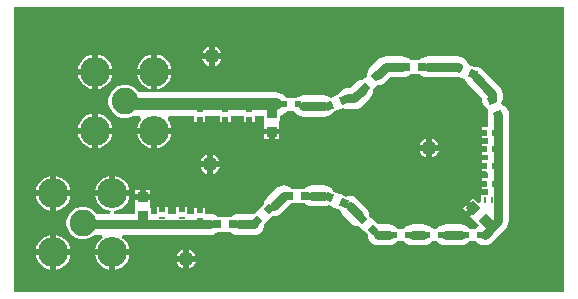
<source format=gbr>
%TF.GenerationSoftware,Altium Limited,Altium Designer,21.9.2 (33)*%
G04 Layer_Physical_Order=1*
G04 Layer_Color=255*
%FSLAX25Y25*%
%MOIN*%
%TF.SameCoordinates,C6803599-17ED-4D67-9099-DDF32DD067AF*%
%TF.FilePolarity,Positive*%
%TF.FileFunction,Copper,L1,Top,Signal*%
%TF.Part,Single*%
G01*
G75*
%TA.AperFunction,SMDPad,CuDef*%
%ADD10R,0.01000X0.02100*%
%ADD11P,0.04733X4X180.0*%
%ADD12R,0.02559X0.02756*%
G04:AMPARAMS|DCode=13|XSize=25.59mil|YSize=27.56mil|CornerRadius=0mil|HoleSize=0mil|Usage=FLASHONLY|Rotation=157.500|XOffset=0mil|YOffset=0mil|HoleType=Round|Shape=Rectangle|*
%AMROTATEDRECTD13*
4,1,4,0.01709,0.00783,0.00655,-0.01763,-0.01709,-0.00783,-0.00655,0.01763,0.01709,0.00783,0.0*
%
%ADD13ROTATEDRECTD13*%

%ADD14R,0.02165X0.02165*%
G04:AMPARAMS|DCode=15|XSize=25.59mil|YSize=27.56mil|CornerRadius=0mil|HoleSize=0mil|Usage=FLASHONLY|Rotation=135.000|XOffset=0mil|YOffset=0mil|HoleType=Round|Shape=Rectangle|*
%AMROTATEDRECTD15*
4,1,4,0.01879,0.00070,-0.00070,-0.01879,-0.01879,-0.00070,0.00070,0.01879,0.01879,0.00070,0.0*
%
%ADD15ROTATEDRECTD15*%

G04:AMPARAMS|DCode=16|XSize=25.59mil|YSize=27.56mil|CornerRadius=0mil|HoleSize=0mil|Usage=FLASHONLY|Rotation=225.000|XOffset=0mil|YOffset=0mil|HoleType=Round|Shape=Rectangle|*
%AMROTATEDRECTD16*
4,1,4,-0.00070,0.01879,0.01879,-0.00070,0.00070,-0.01879,-0.01879,0.00070,-0.00070,0.01879,0.0*
%
%ADD16ROTATEDRECTD16*%

%ADD17R,0.02100X0.01000*%
%ADD18R,0.03347X0.03347*%
G04:AMPARAMS|DCode=19|XSize=25.59mil|YSize=27.56mil|CornerRadius=0mil|HoleSize=0mil|Usage=FLASHONLY|Rotation=112.500|XOffset=0mil|YOffset=0mil|HoleType=Round|Shape=Rectangle|*
%AMROTATEDRECTD19*
4,1,4,0.01763,-0.00655,-0.00783,-0.01709,-0.01763,0.00655,0.00783,0.01709,0.01763,-0.00655,0.0*
%
%ADD19ROTATEDRECTD19*%

G04:AMPARAMS|DCode=20|XSize=25.59mil|YSize=27.56mil|CornerRadius=0mil|HoleSize=0mil|Usage=FLASHONLY|Rotation=202.500|XOffset=0mil|YOffset=0mil|HoleType=Round|Shape=Rectangle|*
%AMROTATEDRECTD20*
4,1,4,0.00655,0.01763,0.01709,-0.00783,-0.00655,-0.01763,-0.01709,0.00783,0.00655,0.01763,0.0*
%
%ADD20ROTATEDRECTD20*%

%TA.AperFunction,Conductor*%
%ADD21C,0.03000*%
%ADD22C,0.04000*%
%TA.AperFunction,ComponentPad*%
%ADD23C,0.10039*%
%ADD24C,0.08858*%
%TA.AperFunction,ViaPad*%
%ADD25C,0.05000*%
G36*
X183500Y0D02*
X0Y0D01*
X0Y95000D01*
X183500Y95000D01*
X183500Y0D01*
X183500Y0D02*
G37*
%LPC*%
G36*
X66984Y81640D02*
X66984Y79484D01*
X69140Y79484D01*
X69063Y79769D01*
X68631Y80519D01*
X68019Y81131D01*
X67269Y81563D01*
X66984Y81640D01*
X66984Y81640D02*
G37*
G36*
X65016Y81640D02*
X64731Y81563D01*
X63981Y81131D01*
X63369Y80519D01*
X62937Y79769D01*
X62860Y79484D01*
X65016Y79484D01*
X65016Y81640D01*
X65016Y81640D02*
G37*
G36*
X148045Y78547D02*
X137983Y78547D01*
X137069Y78427D01*
X136218Y78074D01*
X135487Y77513D01*
X135383Y77378D01*
X133965Y77378D01*
X133721Y77378D01*
X132965Y77378D01*
X132720Y77378D01*
X132087Y77378D01*
X131996Y77496D01*
X131265Y78057D01*
X130414Y78410D01*
X129500Y78530D01*
X124000Y78530D01*
X123086Y78410D01*
X122235Y78057D01*
X121504Y77496D01*
X118883Y74875D01*
X118322Y74144D01*
X117969Y73293D01*
X117849Y72379D01*
X117868Y72231D01*
X117586Y71949D01*
X117051Y71414D01*
X116879Y71242D01*
X116398Y70761D01*
X116250Y70780D01*
X115336Y70660D01*
X114485Y70307D01*
X113754Y69746D01*
X112038Y68030D01*
X111500Y68030D01*
X110586Y67910D01*
X109735Y67557D01*
X109004Y66996D01*
X108443Y66265D01*
X108292Y65902D01*
X107165Y65435D01*
X106241Y65052D01*
X105597Y64786D01*
X105265Y65040D01*
X104414Y65393D01*
X103500Y65513D01*
X96629Y65513D01*
X96500Y65530D01*
X95586Y65410D01*
X94735Y65057D01*
X94116Y64583D01*
X92717Y64583D01*
X90944Y64583D01*
X90353Y65353D01*
X89517Y65994D01*
X88544Y66397D01*
X87500Y66535D01*
X41517Y66535D01*
X41344Y66834D01*
X40334Y67844D01*
X39096Y68559D01*
X37715Y68929D01*
X36285Y68929D01*
X34904Y68559D01*
X33666Y67844D01*
X32656Y66834D01*
X31941Y65596D01*
X31571Y64215D01*
X31571Y62785D01*
X31941Y61404D01*
X32656Y60166D01*
X33666Y59156D01*
X34904Y58441D01*
X36285Y58071D01*
X37715Y58071D01*
X39096Y58441D01*
X39382Y58606D01*
X39391Y58603D01*
X40435Y58465D01*
X42024Y58465D01*
X42438Y57465D01*
X42332Y57359D01*
X41696Y56408D01*
X41259Y55351D01*
X41118Y54642D01*
X52568Y54642D01*
X52426Y55351D01*
X51989Y56408D01*
X51353Y57359D01*
X51247Y57465D01*
X51661Y58465D01*
X60163Y58465D01*
X60163Y56513D01*
X61016Y56513D01*
X61016Y57800D01*
X62984Y57800D01*
X62984Y56513D01*
X63837Y56513D01*
X63837Y58465D01*
X68663Y58465D01*
X68663Y56513D01*
X69516Y56513D01*
X69516Y57800D01*
X71484Y57800D01*
X71484Y56513D01*
X72337Y56513D01*
X72337Y58465D01*
X76663Y58465D01*
X76663Y56513D01*
X77516Y56513D01*
X77516Y57800D01*
X79484Y57800D01*
X79484Y56513D01*
X80337Y56513D01*
X80337Y58465D01*
X83327Y58465D01*
X83327Y56878D01*
X83463Y56878D01*
X83539Y55910D01*
X83539Y55878D01*
X83539Y54433D01*
X86000Y54433D01*
X88461Y54433D01*
X88461Y55878D01*
X88461Y55910D01*
X88537Y56878D01*
X88673Y56878D01*
X88673Y58656D01*
X89517Y59006D01*
X90353Y59647D01*
X90944Y60417D01*
X92283Y60417D01*
X93367Y60417D01*
X93443Y60235D01*
X94004Y59504D01*
X94021Y59487D01*
X94752Y58926D01*
X95603Y58573D01*
X96517Y58453D01*
X103500Y58453D01*
X104414Y58573D01*
X105265Y58926D01*
X105996Y59487D01*
X106352Y59951D01*
X107835Y60565D01*
X108759Y60948D01*
X108985Y61041D01*
X109845Y61397D01*
X110586Y61090D01*
X111500Y60970D01*
X113500Y60970D01*
X114414Y61090D01*
X115265Y61443D01*
X115996Y62004D01*
X118746Y64754D01*
X119307Y65485D01*
X119660Y66336D01*
X119780Y67250D01*
X119761Y67398D01*
X120242Y67879D01*
X120414Y68051D01*
X121231Y68868D01*
X121379Y68849D01*
X122293Y68969D01*
X123144Y69322D01*
X123875Y69883D01*
X125462Y71470D01*
X129500Y71470D01*
X130414Y71590D01*
X131265Y71943D01*
X131996Y72504D01*
X132087Y72622D01*
X133721Y72622D01*
X133965Y72622D01*
X135409Y72622D01*
X135487Y72521D01*
X136218Y71960D01*
X137069Y71607D01*
X137983Y71487D01*
X148045Y71487D01*
X148269Y71516D01*
X149241Y71448D01*
X150511Y70922D01*
X150559Y70555D01*
X150912Y69704D01*
X151473Y68973D01*
X155953Y64493D01*
X155953Y64455D01*
X156073Y63542D01*
X156426Y62690D01*
X156987Y61959D01*
X157676Y61431D01*
X158091Y61102D01*
X158158Y60939D01*
X158131Y60015D01*
X158107Y59958D01*
X157987Y59045D01*
X157987Y54837D01*
X156013Y54837D01*
X156013Y53984D01*
X157300Y53984D01*
X157300Y52016D01*
X156013Y52016D01*
X156013Y51163D01*
X157987Y51163D01*
X157987Y49337D01*
X156013Y49337D01*
X156013Y48484D01*
X157300Y48484D01*
X157300Y46516D01*
X156013Y46516D01*
X156013Y45663D01*
X157987Y45663D01*
X157987Y43837D01*
X156013Y43837D01*
X156013Y42984D01*
X157300Y42984D01*
X157300Y41016D01*
X156013Y41016D01*
X156013Y40163D01*
X157228Y40163D01*
X157970Y39500D01*
X157970Y37837D01*
X156013Y37837D01*
X156013Y36984D01*
X157300Y36984D01*
X157300Y35016D01*
X156013Y35016D01*
X156013Y34163D01*
X157970Y34163D01*
X157970Y32337D01*
X155813Y32337D01*
X155813Y29974D01*
X154889Y29591D01*
X153185Y31295D01*
X152141Y30251D01*
X153881Y28511D01*
X153185Y27815D01*
X153881Y27119D01*
X152141Y25379D01*
X153185Y24335D01*
X153816Y23596D01*
X153719Y23500D01*
X155113Y22106D01*
X154504Y21496D01*
X154186Y21083D01*
X153217Y21083D01*
X151814Y21083D01*
X151496Y21496D01*
X150765Y22057D01*
X149914Y22410D01*
X149000Y22530D01*
X144000Y22530D01*
X143086Y22410D01*
X142235Y22057D01*
X141504Y21496D01*
X141186Y21083D01*
X140217Y21083D01*
X139251Y21164D01*
X138996Y21496D01*
X138265Y22057D01*
X137414Y22410D01*
X136500Y22530D01*
X133000Y22530D01*
X132086Y22410D01*
X131235Y22057D01*
X130504Y21496D01*
X130186Y21083D01*
X129217Y21083D01*
X127814Y21083D01*
X127496Y21496D01*
X126765Y22057D01*
X125914Y22410D01*
X125000Y22530D01*
X121500Y22530D01*
X121352Y22511D01*
X120121Y23742D01*
X119949Y23914D01*
X119242Y24621D01*
X118511Y25352D01*
X118530Y25500D01*
X118410Y26414D01*
X118057Y27265D01*
X117496Y27996D01*
X114496Y30996D01*
X113765Y31557D01*
X112914Y31910D01*
X112000Y32030D01*
X111086Y31910D01*
X110698Y31749D01*
X108985Y32459D01*
X108759Y32552D01*
X107836Y32935D01*
X106660Y33422D01*
X106518Y33765D01*
X105957Y34496D01*
X105226Y35057D01*
X104374Y35410D01*
X103461Y35530D01*
X99461Y35530D01*
X98547Y35410D01*
X97695Y35057D01*
X96964Y34496D01*
X96874Y34378D01*
X95122Y34378D01*
X94878Y34378D01*
X94122Y34378D01*
X93878Y34378D01*
X92587Y34378D01*
X92496Y34496D01*
X91765Y35057D01*
X90914Y35410D01*
X90000Y35530D01*
X89086Y35410D01*
X88235Y35057D01*
X87504Y34496D01*
X84254Y31246D01*
X83693Y30515D01*
X83340Y29664D01*
X83270Y29133D01*
X81879Y27742D01*
X81707Y27570D01*
X81172Y27035D01*
X80999Y26862D01*
X80148Y26011D01*
X80000Y26030D01*
X75000Y26030D01*
X74086Y25910D01*
X73235Y25557D01*
X72504Y24996D01*
X72413Y24878D01*
X71122Y24878D01*
X70878Y24878D01*
X70122Y24878D01*
X69878Y24878D01*
X68100Y24878D01*
X67996Y25013D01*
X67265Y25574D01*
X66414Y25927D01*
X65500Y26047D01*
X63837Y26047D01*
X63837Y27987D01*
X62984Y27987D01*
X62984Y26700D01*
X61016Y26700D01*
X61016Y27987D01*
X60163Y27987D01*
X60163Y26047D01*
X57837Y26047D01*
X57837Y28187D01*
X56984Y28187D01*
X56984Y26900D01*
X55016Y26900D01*
X55016Y28187D01*
X54163Y28187D01*
X54163Y26047D01*
X51337Y26047D01*
X51337Y28187D01*
X50484Y28187D01*
X50484Y26900D01*
X48516Y26900D01*
X48516Y28187D01*
X47663Y28187D01*
X47663Y26047D01*
X45673Y26047D01*
X45673Y28122D01*
X45537Y28122D01*
X45461Y29091D01*
X45461Y29122D01*
X45461Y30567D01*
X43000Y30567D01*
X40539Y30567D01*
X40539Y29122D01*
X40539Y29091D01*
X40463Y28122D01*
X40327Y28122D01*
X40327Y26047D01*
X33443Y26047D01*
X33415Y27035D01*
X34536Y27259D01*
X35593Y27696D01*
X36544Y28332D01*
X37353Y29141D01*
X37989Y30092D01*
X38426Y31149D01*
X38568Y31858D01*
X32842Y31858D01*
X27117Y31858D01*
X27259Y31149D01*
X27696Y30092D01*
X28332Y29141D01*
X29141Y28332D01*
X30092Y27696D01*
X31149Y27259D01*
X32271Y27035D01*
X32242Y26047D01*
X27510Y26047D01*
X27344Y26334D01*
X26334Y27344D01*
X25096Y28059D01*
X23715Y28429D01*
X22285Y28429D01*
X20904Y28059D01*
X19666Y27344D01*
X18656Y26334D01*
X17941Y25096D01*
X17571Y23715D01*
X17571Y22285D01*
X17941Y20904D01*
X18656Y19666D01*
X19666Y18656D01*
X20904Y17941D01*
X22285Y17571D01*
X23715Y17571D01*
X25096Y17941D01*
X26334Y18656D01*
X26665Y18987D01*
X29314Y18987D01*
X29618Y17987D01*
X29141Y17668D01*
X28332Y16859D01*
X27696Y15908D01*
X27259Y14851D01*
X27117Y14142D01*
X32842Y14142D01*
X38568Y14142D01*
X38427Y14851D01*
X37989Y15908D01*
X37353Y16859D01*
X36544Y17668D01*
X36068Y17987D01*
X36371Y18987D01*
X42500Y18987D01*
X53000Y18987D01*
X65500Y18987D01*
X66414Y19107D01*
X67265Y19460D01*
X67996Y20021D01*
X68074Y20122D01*
X69878Y20122D01*
X70122Y20122D01*
X70878Y20122D01*
X71122Y20122D01*
X72413Y20122D01*
X72504Y20004D01*
X73235Y19443D01*
X74086Y19090D01*
X75000Y18970D01*
X80000Y18970D01*
X80914Y19090D01*
X81765Y19443D01*
X82496Y20004D01*
X83057Y20735D01*
X83410Y21586D01*
X83530Y22500D01*
X83511Y22648D01*
X84363Y23499D01*
X85070Y24207D01*
X85242Y24379D01*
X86160Y25297D01*
X86750Y25220D01*
X87664Y25340D01*
X88515Y25693D01*
X89246Y26254D01*
X92496Y29504D01*
X92587Y29622D01*
X93878Y29622D01*
X94122Y29622D01*
X94878Y29622D01*
X95122Y29622D01*
X96874Y29622D01*
X96964Y29504D01*
X97695Y28943D01*
X98547Y28590D01*
X99461Y28470D01*
X103461Y28470D01*
X104374Y28590D01*
X105136Y28905D01*
X106015Y28541D01*
X106241Y28448D01*
X107165Y28065D01*
X108646Y27452D01*
X108943Y26735D01*
X109504Y26004D01*
X112504Y23004D01*
X113235Y22443D01*
X114086Y22090D01*
X115000Y21970D01*
X115148Y21989D01*
X115879Y21258D01*
X116051Y21086D01*
X116758Y20379D01*
X117989Y19148D01*
X117970Y19000D01*
X118090Y18086D01*
X118443Y17235D01*
X119004Y16504D01*
X119735Y15943D01*
X120586Y15590D01*
X121500Y15470D01*
X125000Y15470D01*
X125914Y15590D01*
X126765Y15943D01*
X127496Y16504D01*
X127814Y16917D01*
X128783Y16917D01*
X130186Y16917D01*
X130504Y16504D01*
X131235Y15943D01*
X132086Y15590D01*
X133000Y15470D01*
X136500Y15470D01*
X137414Y15590D01*
X138265Y15943D01*
X138996Y16504D01*
X139251Y16836D01*
X140217Y16917D01*
X141186Y16917D01*
X141504Y16504D01*
X142235Y15943D01*
X143086Y15590D01*
X144000Y15470D01*
X149000Y15470D01*
X149914Y15590D01*
X150765Y15943D01*
X151496Y16504D01*
X151814Y16917D01*
X152783Y16917D01*
X154186Y16917D01*
X154504Y16504D01*
X155235Y15943D01*
X156086Y15590D01*
X157000Y15470D01*
X157914Y15590D01*
X158765Y15943D01*
X159496Y16504D01*
X163996Y21004D01*
X164557Y21735D01*
X164910Y22586D01*
X165030Y23500D01*
X165030Y25000D01*
X165030Y39388D01*
X165047Y39517D01*
X165047Y47500D01*
X165047Y59045D01*
X164927Y59958D01*
X164574Y60810D01*
X164013Y61541D01*
X163324Y62069D01*
X162540Y62690D01*
X162893Y63542D01*
X163013Y64455D01*
X163013Y65955D01*
X162893Y66869D01*
X162540Y67720D01*
X161979Y68451D01*
X156465Y73965D01*
X155734Y74526D01*
X154883Y74879D01*
X153969Y74999D01*
X153305Y74912D01*
X151759Y75552D01*
X151272Y76372D01*
X151102Y76782D01*
X150541Y77513D01*
X149810Y78074D01*
X148959Y78427D01*
X148045Y78547D01*
X148045Y78547D02*
G37*
G36*
X69140Y77516D02*
X66984Y77516D01*
X66984Y75360D01*
X67269Y75437D01*
X68019Y75869D01*
X68631Y76481D01*
X69063Y77231D01*
X69140Y77516D01*
X69140Y77516D02*
G37*
G36*
X65016Y77516D02*
X62860Y77516D01*
X62937Y77231D01*
X63369Y76481D01*
X63981Y75869D01*
X64731Y75437D01*
X65016Y75360D01*
X65016Y77516D01*
X65016Y77516D02*
G37*
G36*
X47827Y79068D02*
X47827Y74327D01*
X52568Y74327D01*
X52426Y75036D01*
X51989Y76093D01*
X51353Y77044D01*
X50544Y77853D01*
X49593Y78489D01*
X48536Y78926D01*
X47827Y79068D01*
X47827Y79068D02*
G37*
G36*
X45858Y79068D02*
X45149Y78926D01*
X44092Y78489D01*
X43141Y77853D01*
X42332Y77044D01*
X41696Y76093D01*
X41259Y75036D01*
X41118Y74327D01*
X45858Y74327D01*
X45858Y79068D01*
X45858Y79068D02*
G37*
G36*
X28142Y79068D02*
X28142Y74327D01*
X32882Y74327D01*
X32741Y75036D01*
X32304Y76093D01*
X31668Y77044D01*
X30859Y77853D01*
X29908Y78489D01*
X28851Y78926D01*
X28142Y79068D01*
X28142Y79068D02*
G37*
G36*
X26173Y79068D02*
X25464Y78926D01*
X24407Y78489D01*
X23456Y77853D01*
X22647Y77044D01*
X22011Y76093D01*
X21574Y75036D01*
X21432Y74327D01*
X26173Y74327D01*
X26173Y79068D01*
X26173Y79068D02*
G37*
G36*
X52568Y72358D02*
X47827Y72358D01*
X47827Y67617D01*
X48536Y67759D01*
X49593Y68196D01*
X50544Y68832D01*
X51353Y69641D01*
X51989Y70592D01*
X52426Y71649D01*
X52568Y72358D01*
X52568Y72358D02*
G37*
G36*
X45858Y72358D02*
X41118Y72358D01*
X41259Y71649D01*
X41696Y70592D01*
X42332Y69641D01*
X43141Y68832D01*
X44092Y68196D01*
X45149Y67759D01*
X45858Y67617D01*
X45858Y72358D01*
X45858Y72358D02*
G37*
G36*
X32882Y72358D02*
X28142Y72358D01*
X28142Y67617D01*
X28851Y67759D01*
X29908Y68196D01*
X30859Y68832D01*
X31668Y69641D01*
X32304Y70592D01*
X32741Y71649D01*
X32882Y72358D01*
X32882Y72358D02*
G37*
G36*
X26173Y72358D02*
X21432Y72358D01*
X21574Y71649D01*
X22011Y70592D01*
X22647Y69641D01*
X23456Y68832D01*
X24407Y68196D01*
X25464Y67759D01*
X26173Y67617D01*
X26173Y72358D01*
X26173Y72358D02*
G37*
G36*
X28142Y59383D02*
X28142Y54642D01*
X32882Y54642D01*
X32741Y55351D01*
X32304Y56408D01*
X31668Y57359D01*
X30859Y58168D01*
X29908Y58804D01*
X28851Y59241D01*
X28142Y59383D01*
X28142Y59383D02*
G37*
G36*
X26173Y59383D02*
X25464Y59241D01*
X24407Y58804D01*
X23456Y58168D01*
X22647Y57359D01*
X22011Y56408D01*
X21574Y55351D01*
X21432Y54642D01*
X26173Y54642D01*
X26173Y59383D01*
X26173Y59383D02*
G37*
G36*
X88461Y52464D02*
X86984Y52464D01*
X86984Y50988D01*
X88461Y50988D01*
X88461Y52464D01*
X88461Y52464D02*
G37*
G36*
X85016Y52464D02*
X83539Y52464D01*
X83539Y50988D01*
X85016Y50988D01*
X85016Y52464D01*
X85016Y52464D02*
G37*
G36*
X139484Y51140D02*
X139484Y48984D01*
X141640Y48984D01*
X141563Y49269D01*
X141131Y50019D01*
X140518Y50631D01*
X139769Y51063D01*
X139484Y51140D01*
X139484Y51140D02*
G37*
G36*
X137516Y51140D02*
X137231Y51063D01*
X136481Y50631D01*
X135869Y50019D01*
X135437Y49269D01*
X135360Y48984D01*
X137516Y48984D01*
X137516Y51140D01*
X137516Y51140D02*
G37*
G36*
X52568Y52673D02*
X47827Y52673D01*
X47827Y47932D01*
X48536Y48074D01*
X49593Y48511D01*
X50544Y49147D01*
X51353Y49956D01*
X51989Y50907D01*
X52426Y51964D01*
X52568Y52673D01*
X52568Y52673D02*
G37*
G36*
X45858Y52673D02*
X41118Y52673D01*
X41259Y51964D01*
X41696Y50907D01*
X42332Y49956D01*
X43141Y49147D01*
X44092Y48511D01*
X45149Y48074D01*
X45858Y47932D01*
X45858Y52673D01*
X45858Y52673D02*
G37*
G36*
X32882Y52673D02*
X28142Y52673D01*
X28142Y47932D01*
X28851Y48074D01*
X29908Y48511D01*
X30859Y49147D01*
X31668Y49956D01*
X32304Y50907D01*
X32741Y51964D01*
X32882Y52673D01*
X32882Y52673D02*
G37*
G36*
X26173Y52673D02*
X21432Y52673D01*
X21574Y51964D01*
X22011Y50907D01*
X22647Y49956D01*
X23456Y49147D01*
X24407Y48511D01*
X25464Y48074D01*
X26173Y47932D01*
X26173Y52673D01*
X26173Y52673D02*
G37*
G36*
X141640Y47016D02*
X139484Y47016D01*
X139484Y44860D01*
X139769Y44937D01*
X140518Y45369D01*
X141131Y45981D01*
X141563Y46731D01*
X141640Y47016D01*
X141640Y47016D02*
G37*
G36*
X137516Y47016D02*
X135360Y47016D01*
X135437Y46731D01*
X135869Y45981D01*
X136481Y45369D01*
X137231Y44937D01*
X137516Y44860D01*
X137516Y47016D01*
X137516Y47016D02*
G37*
G36*
X66484Y45640D02*
X66484Y43484D01*
X68640Y43484D01*
X68563Y43769D01*
X68131Y44519D01*
X67519Y45131D01*
X66769Y45563D01*
X66484Y45640D01*
X66484Y45640D02*
G37*
G36*
X64516Y45640D02*
X64231Y45563D01*
X63481Y45131D01*
X62869Y44519D01*
X62437Y43769D01*
X62360Y43484D01*
X64516Y43484D01*
X64516Y45640D01*
X64516Y45640D02*
G37*
G36*
X68640Y41516D02*
X66484Y41516D01*
X66484Y39360D01*
X66769Y39437D01*
X67519Y39869D01*
X68131Y40481D01*
X68563Y41231D01*
X68640Y41516D01*
X68640Y41516D02*
G37*
G36*
X64516Y41516D02*
X62360Y41516D01*
X62437Y41231D01*
X62869Y40481D01*
X63481Y39869D01*
X64231Y39437D01*
X64516Y39360D01*
X64516Y41516D01*
X64516Y41516D02*
G37*
G36*
X33827Y38568D02*
X33827Y33827D01*
X38568Y33827D01*
X38426Y34536D01*
X37989Y35593D01*
X37353Y36544D01*
X36544Y37353D01*
X35593Y37989D01*
X34536Y38426D01*
X33827Y38568D01*
X33827Y38568D02*
G37*
G36*
X14142Y38568D02*
X14142Y33827D01*
X18882Y33827D01*
X18741Y34536D01*
X18304Y35593D01*
X17668Y36544D01*
X16859Y37353D01*
X15908Y37989D01*
X14851Y38426D01*
X14142Y38568D01*
X14142Y38568D02*
G37*
G36*
X31858Y38568D02*
X31149Y38426D01*
X30092Y37989D01*
X29141Y37353D01*
X28332Y36544D01*
X27696Y35593D01*
X27259Y34536D01*
X27117Y33827D01*
X31858Y33827D01*
X31858Y38568D01*
X31858Y38568D02*
G37*
G36*
X12173Y38568D02*
X11464Y38426D01*
X10407Y37989D01*
X9456Y37353D01*
X8647Y36544D01*
X8011Y35593D01*
X7574Y34536D01*
X7432Y33827D01*
X12173Y33827D01*
X12173Y38568D01*
X12173Y38568D02*
G37*
G36*
X45461Y34012D02*
X43984Y34012D01*
X43984Y32535D01*
X45461Y32535D01*
X45461Y34012D01*
X45461Y34012D02*
G37*
G36*
X42016Y34012D02*
X40539Y34012D01*
X40539Y32535D01*
X42016Y32535D01*
X42016Y34012D01*
X42016Y34012D02*
G37*
G36*
X18882Y31858D02*
X14142Y31858D01*
X14142Y27117D01*
X14851Y27259D01*
X15908Y27696D01*
X16859Y28332D01*
X17668Y29141D01*
X18304Y30092D01*
X18741Y31149D01*
X18882Y31858D01*
X18882Y31858D02*
G37*
G36*
X12173Y31858D02*
X7432Y31858D01*
X7574Y31149D01*
X8011Y30092D01*
X8647Y29141D01*
X9456Y28332D01*
X10407Y27696D01*
X11464Y27259D01*
X12173Y27117D01*
X12173Y31858D01*
X12173Y31858D02*
G37*
G36*
X150749Y28859D02*
X149705Y27815D01*
X150749Y26771D01*
X151793Y27815D01*
X150749Y28859D01*
X150749Y28859D02*
G37*
G36*
X14142Y18883D02*
X14142Y14142D01*
X18883Y14142D01*
X18741Y14851D01*
X18304Y15908D01*
X17668Y16859D01*
X16859Y17668D01*
X15908Y18304D01*
X14851Y18741D01*
X14142Y18883D01*
X14142Y18883D02*
G37*
G36*
X12173Y18883D02*
X11464Y18741D01*
X10407Y18304D01*
X9456Y17668D01*
X8647Y16859D01*
X8011Y15908D01*
X7574Y14851D01*
X7432Y14142D01*
X12173Y14142D01*
X12173Y18883D01*
X12173Y18883D02*
G37*
G36*
X58484Y14140D02*
X58484Y11984D01*
X60640Y11984D01*
X60563Y12269D01*
X60131Y13018D01*
X59518Y13631D01*
X58769Y14063D01*
X58484Y14140D01*
X58484Y14140D02*
G37*
G36*
X56516Y14140D02*
X56231Y14063D01*
X55481Y13631D01*
X54869Y13018D01*
X54437Y12269D01*
X54360Y11984D01*
X56516Y11984D01*
X56516Y14140D01*
X56516Y14140D02*
G37*
G36*
X60640Y10016D02*
X58484Y10016D01*
X58484Y7860D01*
X58769Y7937D01*
X59518Y8369D01*
X60131Y8981D01*
X60563Y9731D01*
X60640Y10016D01*
X60640Y10016D02*
G37*
G36*
X56516Y10016D02*
X54360Y10016D01*
X54437Y9731D01*
X54869Y8981D01*
X55481Y8369D01*
X56231Y7937D01*
X56516Y7860D01*
X56516Y10016D01*
X56516Y10016D02*
G37*
G36*
X18883Y12173D02*
X14142Y12173D01*
X14142Y7432D01*
X14851Y7574D01*
X15908Y8011D01*
X16859Y8647D01*
X17668Y9456D01*
X18304Y10407D01*
X18741Y11464D01*
X18883Y12173D01*
X18883Y12173D02*
G37*
G36*
X12173Y12173D02*
X7432Y12173D01*
X7574Y11464D01*
X8011Y10407D01*
X8647Y9456D01*
X9456Y8647D01*
X10407Y8011D01*
X11464Y7574D01*
X12173Y7432D01*
X12173Y12173D01*
X12173Y12173D02*
G37*
G36*
X31858Y12173D02*
X27117Y12173D01*
X27259Y11464D01*
X27696Y10407D01*
X28332Y9456D01*
X29141Y8647D01*
X30092Y8011D01*
X31149Y7574D01*
X31858Y7432D01*
X31858Y12173D01*
X31858Y12173D02*
G37*
G36*
X38568Y12173D02*
X33827Y12173D01*
X33827Y7432D01*
X34536Y7574D01*
X35593Y8011D01*
X36544Y8647D01*
X37353Y9456D01*
X37989Y10407D01*
X38427Y11464D01*
X38568Y12173D01*
X38568Y12173D02*
G37*
%LPD*%
D10*
X157100Y30500D02*
D03*
X159500Y30500D02*
D03*
X159700Y36000D02*
D03*
X157300Y36000D02*
D03*
X159700Y42000D02*
D03*
X157300Y42000D02*
D03*
X159700Y47500D02*
D03*
X157300Y47500D02*
D03*
X159700Y53000D02*
D03*
X157300Y53000D02*
D03*
D11*
X157500Y23500D02*
D03*
X153185Y27815D02*
D03*
D12*
X91843Y32000D02*
D03*
X97158Y32000D02*
D03*
X67843Y22500D02*
D03*
X73158Y22500D02*
D03*
X130685Y75000D02*
D03*
X136000Y75000D02*
D03*
D13*
X105045Y31517D02*
D03*
X109955Y29483D02*
D03*
X148045Y74517D02*
D03*
X152955Y72483D02*
D03*
D14*
X150700Y19000D02*
D03*
X155300Y19000D02*
D03*
X137700Y19000D02*
D03*
X142300Y19000D02*
D03*
X126700Y19000D02*
D03*
X131300Y19000D02*
D03*
X94800Y62500D02*
D03*
X90200Y62500D02*
D03*
D15*
X116121Y24379D02*
D03*
X119879Y20621D02*
D03*
D16*
X81242Y23742D02*
D03*
X85000Y27500D02*
D03*
X117121Y68121D02*
D03*
X120879Y71879D02*
D03*
D17*
X62000Y24300D02*
D03*
X62000Y26700D02*
D03*
X56000Y24500D02*
D03*
X56000Y26900D02*
D03*
X49500Y24500D02*
D03*
X49500Y26900D02*
D03*
X78500Y60200D02*
D03*
X78500Y57800D02*
D03*
X62000Y60200D02*
D03*
X62000Y57800D02*
D03*
X70500Y60200D02*
D03*
X70500Y57800D02*
D03*
D18*
X43000Y25449D02*
D03*
X43000Y31551D02*
D03*
X86000Y59551D02*
D03*
X86000Y53449D02*
D03*
D19*
X159483Y63955D02*
D03*
X161517Y59045D02*
D03*
D20*
X105045Y61983D02*
D03*
X109955Y64017D02*
D03*
D21*
X53000Y22517D02*
X65500Y22517D01*
X53000Y22517D02*
X53000Y22517D01*
X42500Y22517D02*
X53000Y22517D01*
X23483Y22517D02*
X42500Y22517D01*
X75000Y22500D02*
X80000Y22500D01*
X86750Y28750D02*
X90000Y32000D01*
X99461Y32000D02*
X103461Y32000D01*
X112000Y28500D02*
X115000Y25500D01*
X121500Y19000D02*
X125000Y19000D01*
X133000Y19000D02*
X136500Y19000D01*
X144000Y19000D02*
X149000Y19000D01*
X161517Y47500D02*
X161517Y59045D01*
X161517Y39517D02*
X161517Y47500D01*
X161500Y25000D02*
X161500Y39500D01*
X161500Y23500D02*
X161500Y25000D01*
X157000Y19000D02*
X161500Y23500D01*
X161500Y39500D02*
X161517Y39517D01*
X23000Y23000D02*
X23483Y22517D01*
X159483Y64455D02*
X159483Y65955D01*
X153969Y71469D02*
X159483Y65955D01*
X96517Y61983D02*
X103500Y61983D01*
X111500Y64500D02*
X113500Y64500D01*
X116250Y67250D01*
X96500Y62000D02*
X96517Y61983D01*
X121379Y72379D02*
X124000Y75000D01*
X129500Y75000D01*
X137983Y75017D02*
X148045Y75017D01*
D22*
X83500Y62500D02*
X87500Y62500D01*
X67500Y62500D02*
X83500Y62500D01*
X40435Y62500D02*
X67500Y62500D01*
X40365Y62570D02*
X40435Y62500D01*
D23*
X32842Y32842D02*
D03*
X32842Y13158D02*
D03*
X13158Y13158D02*
D03*
X13158Y32842D02*
D03*
X27158Y73343D02*
D03*
X46843Y73343D02*
D03*
X46843Y53658D02*
D03*
X27158Y53658D02*
D03*
D24*
X23000Y23000D02*
D03*
X37000Y63500D02*
D03*
D25*
X57500Y11000D02*
D03*
X65500Y42500D02*
D03*
X66000Y78500D02*
D03*
X138500Y48000D02*
D03*
%TF.MD5,7099f6b85f1b0e962a7dd32754922882*%
M02*

</source>
